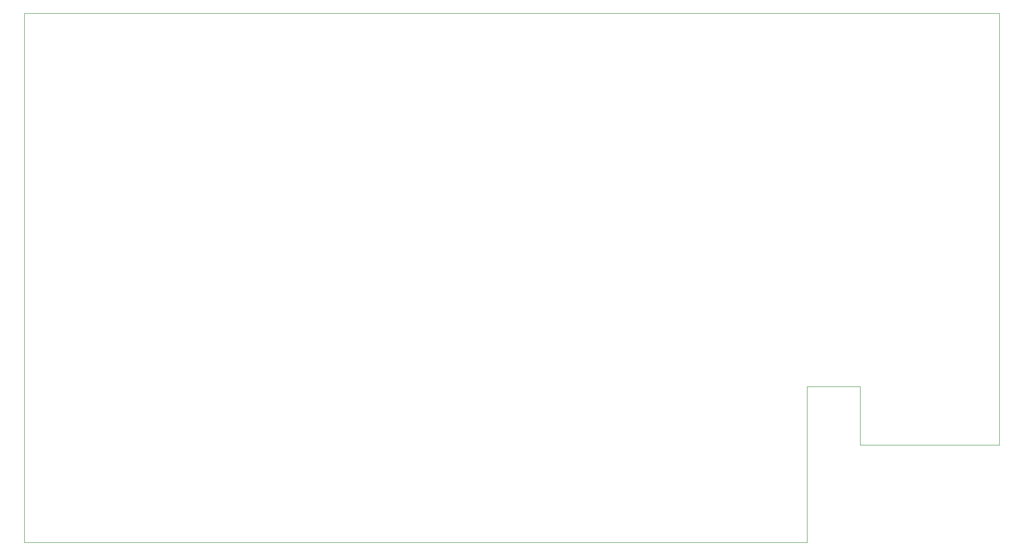
<source format=gm1>
G04 #@! TF.FileFunction,Profile,NP*
%FSLAX46Y46*%
G04 Gerber Fmt 4.6, Leading zero omitted, Abs format (unit mm)*
G04 Created by KiCad (PCBNEW no-vcs-found-product) date Seg 25 Abr 2016 23:01:13 BRT*
%MOMM*%
G01*
G04 APERTURE LIST*
%ADD10C,0.100000*%
%ADD11C,0.150000*%
G04 APERTURE END LIST*
D10*
D11*
X311000000Y-220000000D02*
X30000000Y-220000000D01*
X330000000Y-185000000D02*
X380000000Y-185000000D01*
X330000000Y-164000000D02*
X330000000Y-185000000D01*
X311000000Y-164000000D02*
X330000000Y-164000000D01*
X311000000Y-220000000D02*
X311000000Y-164000000D01*
X380000000Y-30000000D02*
X30000000Y-30000000D01*
X380000000Y-185000000D02*
X380000000Y-30000000D01*
X30000000Y-30000000D02*
X30000000Y-220000000D01*
M02*

</source>
